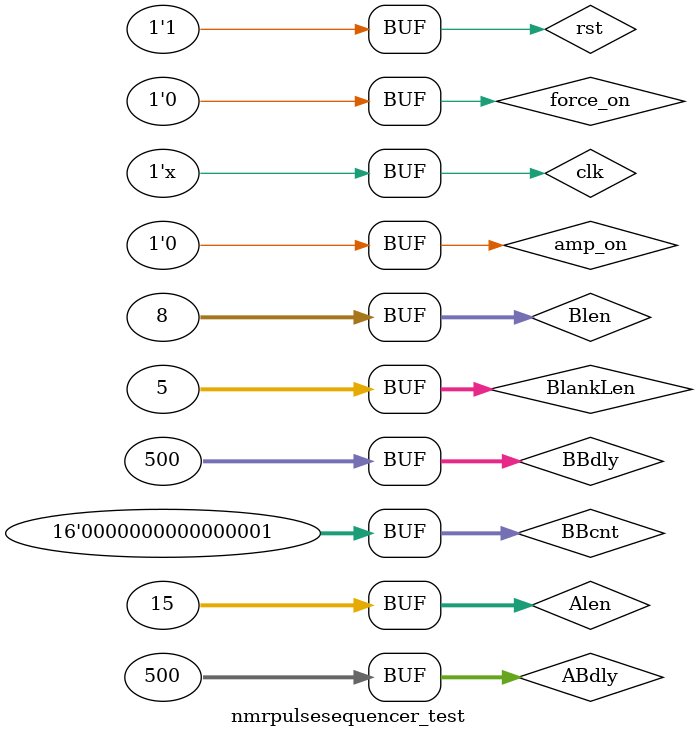
<source format=v>
`timescale 1ns / 1ps

`timescale 1ns / 1ns

module nmrpulsesequencer_test(

    );
    
    reg clk;
    reg rst;
    reg force_on;
    reg amp_on;
    
    reg [31:0]  Alen;
    reg [31:0]  Blen;
    reg [31:0]  ABdly;
    reg [31:0]  BBdly;
    reg [15:0]  BBcnt;
    reg [31:0]  BlankLen;
    wire sync_ext;
    wire pulse_ext;
    wire blank_ext;
    
    NMRPulseSequencer #(
        .US_DIVIDER(5)
    ) DUT ( 
        .clk(clk),
        .rst(rst),
        .force_on(force_on),
        .amp_on(amp_on),
        .Alen_in(Alen),
        .Blen_in(Blen),
        .ABdly_in(ABdly),
        .BBdly_in(BBdly),
        .BBcnt_in(BBcnt),
        .BlankLen_in(BlankLen),
        
        .sync_out(sync_ext),
        .pulse_out(pulse_ext),
        .blank_out(blank_ext)
        );
        
    initial begin
        clk = 0;
        force_on = 0;
        amp_on = 0;
        rst = 1;
        
        Alen = 15;
        Blen = 8;
        ABdly = 500;
        BBdly = 500;
        BBcnt = 1;
        BlankLen = 5;
        
        #50 amp_on = 1;
        #100 rst = 0;
        
        #21250 rst = 1;
        #50 rst = 0;
        
        #21250 amp_on = 0;
        
        #100 rst = 1;
        
    end
    
    always begin
        #4 clk = ~clk;
    end
    
endmodule


</source>
